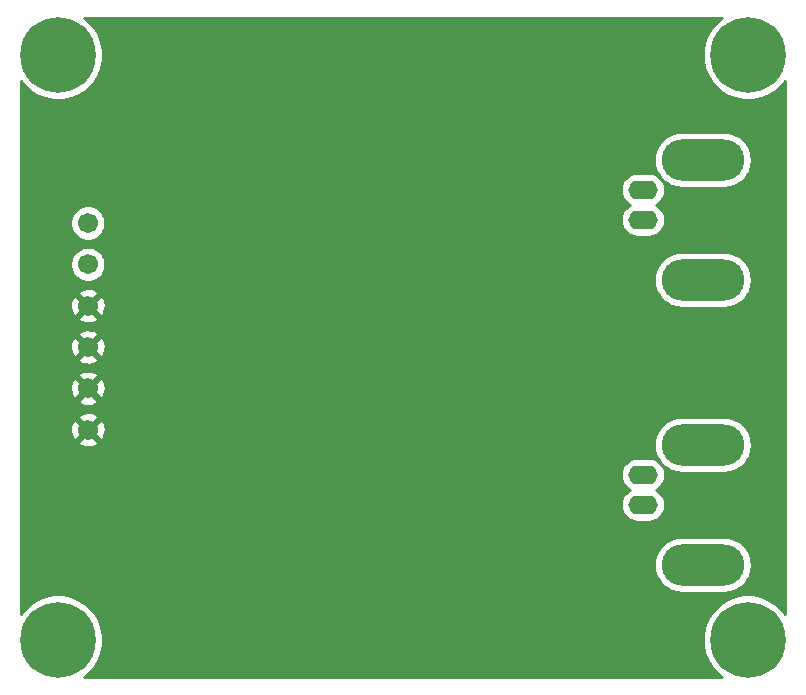
<source format=gbr>
%TF.GenerationSoftware,KiCad,Pcbnew,(5.1.6)-1*%
%TF.CreationDate,2020-09-14T11:12:27-07:00*%
%TF.ProjectId,awg-tx-shunt,6177672d-7478-42d7-9368-756e742e6b69,rev?*%
%TF.SameCoordinates,Original*%
%TF.FileFunction,Copper,L2,Bot*%
%TF.FilePolarity,Positive*%
%FSLAX46Y46*%
G04 Gerber Fmt 4.6, Leading zero omitted, Abs format (unit mm)*
G04 Created by KiCad (PCBNEW (5.1.6)-1) date 2020-09-14 11:12:27*
%MOMM*%
%LPD*%
G01*
G04 APERTURE LIST*
%TA.AperFunction,ComponentPad*%
%ADD10C,0.800000*%
%TD*%
%TA.AperFunction,ComponentPad*%
%ADD11C,6.400000*%
%TD*%
%TA.AperFunction,ComponentPad*%
%ADD12C,1.701800*%
%TD*%
%TA.AperFunction,ComponentPad*%
%ADD13O,2.500000X1.600000*%
%TD*%
%TA.AperFunction,ComponentPad*%
%ADD14O,7.000000X3.500000*%
%TD*%
%TA.AperFunction,ViaPad*%
%ADD15C,0.800000*%
%TD*%
%TA.AperFunction,Conductor*%
%ADD16C,0.254000*%
%TD*%
G04 APERTURE END LIST*
D10*
%TO.P,H4,1*%
%TO.N,N/C*%
X140127056Y-127842944D03*
X138430000Y-127140000D03*
X136732944Y-127842944D03*
X136030000Y-129540000D03*
X136732944Y-131237056D03*
X138430000Y-131940000D03*
X140127056Y-131237056D03*
X140830000Y-129540000D03*
D11*
X138430000Y-129540000D03*
%TD*%
D10*
%TO.P,H3,1*%
%TO.N,N/C*%
X140127056Y-78312944D03*
X138430000Y-77610000D03*
X136732944Y-78312944D03*
X136030000Y-80010000D03*
X136732944Y-81707056D03*
X138430000Y-82410000D03*
X140127056Y-81707056D03*
X140830000Y-80010000D03*
D11*
X138430000Y-80010000D03*
%TD*%
D10*
%TO.P,H2,1*%
%TO.N,N/C*%
X81707056Y-127842944D03*
X80010000Y-127140000D03*
X78312944Y-127842944D03*
X77610000Y-129540000D03*
X78312944Y-131237056D03*
X80010000Y-131940000D03*
X81707056Y-131237056D03*
X82410000Y-129540000D03*
D11*
X80010000Y-129540000D03*
%TD*%
D10*
%TO.P,H1,1*%
%TO.N,N/C*%
X81707056Y-78312944D03*
X80010000Y-77610000D03*
X78312944Y-78312944D03*
X77610000Y-80010000D03*
X78312944Y-81707056D03*
X80010000Y-82410000D03*
X81707056Y-81707056D03*
X82410000Y-80010000D03*
D11*
X80010000Y-80010000D03*
%TD*%
D12*
%TO.P,J1,6*%
%TO.N,/TX1*%
X82550000Y-94259994D03*
%TO.P,J1,5*%
%TO.N,/TX2*%
X82550000Y-97759995D03*
%TO.P,J1,4*%
%TO.N,GNDPWR*%
X82550000Y-101259995D03*
%TO.P,J1,3*%
X82550000Y-104759996D03*
%TO.P,J1,2*%
X82550000Y-108259997D03*
%TO.P,J1,1*%
X82550000Y-111760000D03*
%TD*%
D13*
%TO.P,J2,2*%
%TO.N,Net-(J2-Pad2)*%
X129540000Y-91440000D03*
%TO.P,J2,1*%
%TO.N,Net-(J2-Pad1)*%
X129540000Y-93980000D03*
D14*
%TO.P,J2,2*%
%TO.N,Net-(J2-Pad2)*%
X134620000Y-99060000D03*
X134620000Y-88900000D03*
%TD*%
%TO.P,J3,2*%
%TO.N,Net-(J3-Pad2)*%
X134620000Y-113030000D03*
X134620000Y-123190000D03*
D13*
%TO.P,J3,1*%
%TO.N,Net-(J3-Pad1)*%
X129540000Y-118110000D03*
%TO.P,J3,2*%
%TO.N,Net-(J3-Pad2)*%
X129540000Y-115570000D03*
%TD*%
D15*
%TO.N,GNDPWR*%
X96520000Y-82550000D03*
X129540000Y-105410000D03*
X111760000Y-105410000D03*
X111760000Y-82550000D03*
X127000000Y-82550000D03*
X127000000Y-129540000D03*
X111760000Y-128270000D03*
X96520000Y-128270000D03*
X87630000Y-120650000D03*
X87630000Y-87630000D03*
X138430000Y-118110000D03*
X138430000Y-93980000D03*
%TD*%
D16*
%TO.N,GNDPWR*%
G36*
X135985330Y-77031161D02*
G01*
X135451161Y-77565330D01*
X135031467Y-78193446D01*
X134742377Y-78891372D01*
X134595000Y-79632285D01*
X134595000Y-80387715D01*
X134742377Y-81128628D01*
X135031467Y-81826554D01*
X135451161Y-82454670D01*
X135985330Y-82988839D01*
X136613446Y-83408533D01*
X137311372Y-83697623D01*
X138052285Y-83845000D01*
X138807715Y-83845000D01*
X139548628Y-83697623D01*
X140246554Y-83408533D01*
X140874670Y-82988839D01*
X141408839Y-82454670D01*
X141580000Y-82198509D01*
X141580001Y-93947572D01*
X141580000Y-93947582D01*
X141580001Y-126967572D01*
X141580000Y-126967582D01*
X141580000Y-127351491D01*
X141408839Y-127095330D01*
X140874670Y-126561161D01*
X140246554Y-126141467D01*
X139548628Y-125852377D01*
X138807715Y-125705000D01*
X138052285Y-125705000D01*
X137311372Y-125852377D01*
X136613446Y-126141467D01*
X135985330Y-126561161D01*
X135451161Y-127095330D01*
X135031467Y-127723446D01*
X134742377Y-128421372D01*
X134595000Y-129162285D01*
X134595000Y-129917715D01*
X134742377Y-130658628D01*
X135031467Y-131356554D01*
X135451161Y-131984670D01*
X135985330Y-132518839D01*
X136241490Y-132690000D01*
X82198510Y-132690000D01*
X82454670Y-132518839D01*
X82988839Y-131984670D01*
X83408533Y-131356554D01*
X83697623Y-130658628D01*
X83845000Y-129917715D01*
X83845000Y-129162285D01*
X83697623Y-128421372D01*
X83408533Y-127723446D01*
X82988839Y-127095330D01*
X82454670Y-126561161D01*
X81826554Y-126141467D01*
X81128628Y-125852377D01*
X80387715Y-125705000D01*
X79632285Y-125705000D01*
X78891372Y-125852377D01*
X78193446Y-126141467D01*
X77565330Y-126561161D01*
X77031161Y-127095330D01*
X76860000Y-127351490D01*
X76860000Y-123190000D01*
X130473461Y-123190000D01*
X130519510Y-123657542D01*
X130655887Y-124107116D01*
X130877351Y-124521446D01*
X131175391Y-124884609D01*
X131538554Y-125182649D01*
X131952884Y-125404113D01*
X132402458Y-125540490D01*
X132752843Y-125575000D01*
X136487157Y-125575000D01*
X136837542Y-125540490D01*
X137287116Y-125404113D01*
X137701446Y-125182649D01*
X138064609Y-124884609D01*
X138362649Y-124521446D01*
X138584113Y-124107116D01*
X138720490Y-123657542D01*
X138766539Y-123190000D01*
X138720490Y-122722458D01*
X138584113Y-122272884D01*
X138362649Y-121858554D01*
X138064609Y-121495391D01*
X137701446Y-121197351D01*
X137287116Y-120975887D01*
X136837542Y-120839510D01*
X136487157Y-120805000D01*
X132752843Y-120805000D01*
X132402458Y-120839510D01*
X131952884Y-120975887D01*
X131538554Y-121197351D01*
X131175391Y-121495391D01*
X130877351Y-121858554D01*
X130655887Y-122272884D01*
X130519510Y-122722458D01*
X130473461Y-123190000D01*
X76860000Y-123190000D01*
X76860000Y-115570000D01*
X127648057Y-115570000D01*
X127675764Y-115851309D01*
X127757818Y-116121808D01*
X127891068Y-116371101D01*
X128070392Y-116589608D01*
X128288899Y-116768932D01*
X128421858Y-116840000D01*
X128288899Y-116911068D01*
X128070392Y-117090392D01*
X127891068Y-117308899D01*
X127757818Y-117558192D01*
X127675764Y-117828691D01*
X127648057Y-118110000D01*
X127675764Y-118391309D01*
X127757818Y-118661808D01*
X127891068Y-118911101D01*
X128070392Y-119129608D01*
X128288899Y-119308932D01*
X128538192Y-119442182D01*
X128808691Y-119524236D01*
X129019508Y-119545000D01*
X130060492Y-119545000D01*
X130271309Y-119524236D01*
X130541808Y-119442182D01*
X130791101Y-119308932D01*
X131009608Y-119129608D01*
X131188932Y-118911101D01*
X131322182Y-118661808D01*
X131404236Y-118391309D01*
X131431943Y-118110000D01*
X131404236Y-117828691D01*
X131322182Y-117558192D01*
X131188932Y-117308899D01*
X131009608Y-117090392D01*
X130791101Y-116911068D01*
X130658142Y-116840000D01*
X130791101Y-116768932D01*
X131009608Y-116589608D01*
X131188932Y-116371101D01*
X131322182Y-116121808D01*
X131404236Y-115851309D01*
X131431943Y-115570000D01*
X131404236Y-115288691D01*
X131322182Y-115018192D01*
X131188932Y-114768899D01*
X131009608Y-114550392D01*
X130791101Y-114371068D01*
X130541808Y-114237818D01*
X130271309Y-114155764D01*
X130060492Y-114135000D01*
X129019508Y-114135000D01*
X128808691Y-114155764D01*
X128538192Y-114237818D01*
X128288899Y-114371068D01*
X128070392Y-114550392D01*
X127891068Y-114768899D01*
X127757818Y-115018192D01*
X127675764Y-115288691D01*
X127648057Y-115570000D01*
X76860000Y-115570000D01*
X76860000Y-112789040D01*
X81700565Y-112789040D01*
X81778310Y-113038207D01*
X82042503Y-113164196D01*
X82326199Y-113236223D01*
X82618496Y-113251519D01*
X82908161Y-113209497D01*
X83184062Y-113111771D01*
X83321690Y-113038207D01*
X83324250Y-113030000D01*
X130473461Y-113030000D01*
X130519510Y-113497542D01*
X130655887Y-113947116D01*
X130877351Y-114361446D01*
X131175391Y-114724609D01*
X131538554Y-115022649D01*
X131952884Y-115244113D01*
X132402458Y-115380490D01*
X132752843Y-115415000D01*
X136487157Y-115415000D01*
X136837542Y-115380490D01*
X137287116Y-115244113D01*
X137701446Y-115022649D01*
X138064609Y-114724609D01*
X138362649Y-114361446D01*
X138584113Y-113947116D01*
X138720490Y-113497542D01*
X138766539Y-113030000D01*
X138720490Y-112562458D01*
X138584113Y-112112884D01*
X138362649Y-111698554D01*
X138064609Y-111335391D01*
X137701446Y-111037351D01*
X137287116Y-110815887D01*
X136837542Y-110679510D01*
X136487157Y-110645000D01*
X132752843Y-110645000D01*
X132402458Y-110679510D01*
X131952884Y-110815887D01*
X131538554Y-111037351D01*
X131175391Y-111335391D01*
X130877351Y-111698554D01*
X130655887Y-112112884D01*
X130519510Y-112562458D01*
X130473461Y-113030000D01*
X83324250Y-113030000D01*
X83399435Y-112789040D01*
X82550000Y-111939605D01*
X81700565Y-112789040D01*
X76860000Y-112789040D01*
X76860000Y-111828496D01*
X81058481Y-111828496D01*
X81100503Y-112118161D01*
X81198229Y-112394062D01*
X81271793Y-112531690D01*
X81520960Y-112609435D01*
X82370395Y-111760000D01*
X82729605Y-111760000D01*
X83579040Y-112609435D01*
X83828207Y-112531690D01*
X83954196Y-112267497D01*
X84026223Y-111983801D01*
X84041519Y-111691504D01*
X83999497Y-111401839D01*
X83901771Y-111125938D01*
X83828207Y-110988310D01*
X83579040Y-110910565D01*
X82729605Y-111760000D01*
X82370395Y-111760000D01*
X81520960Y-110910565D01*
X81271793Y-110988310D01*
X81145804Y-111252503D01*
X81073777Y-111536199D01*
X81058481Y-111828496D01*
X76860000Y-111828496D01*
X76860000Y-110730960D01*
X81700565Y-110730960D01*
X82550000Y-111580395D01*
X83399435Y-110730960D01*
X83321690Y-110481793D01*
X83057497Y-110355804D01*
X82773801Y-110283777D01*
X82481504Y-110268481D01*
X82191839Y-110310503D01*
X81915938Y-110408229D01*
X81778310Y-110481793D01*
X81700565Y-110730960D01*
X76860000Y-110730960D01*
X76860000Y-109289037D01*
X81700565Y-109289037D01*
X81778310Y-109538204D01*
X82042503Y-109664193D01*
X82326199Y-109736220D01*
X82618496Y-109751516D01*
X82908161Y-109709494D01*
X83184062Y-109611768D01*
X83321690Y-109538204D01*
X83399435Y-109289037D01*
X82550000Y-108439602D01*
X81700565Y-109289037D01*
X76860000Y-109289037D01*
X76860000Y-108328493D01*
X81058481Y-108328493D01*
X81100503Y-108618158D01*
X81198229Y-108894059D01*
X81271793Y-109031687D01*
X81520960Y-109109432D01*
X82370395Y-108259997D01*
X82729605Y-108259997D01*
X83579040Y-109109432D01*
X83828207Y-109031687D01*
X83954196Y-108767494D01*
X84026223Y-108483798D01*
X84041519Y-108191501D01*
X83999497Y-107901836D01*
X83901771Y-107625935D01*
X83828207Y-107488307D01*
X83579040Y-107410562D01*
X82729605Y-108259997D01*
X82370395Y-108259997D01*
X81520960Y-107410562D01*
X81271793Y-107488307D01*
X81145804Y-107752500D01*
X81073777Y-108036196D01*
X81058481Y-108328493D01*
X76860000Y-108328493D01*
X76860000Y-107230957D01*
X81700565Y-107230957D01*
X82550000Y-108080392D01*
X83399435Y-107230957D01*
X83321690Y-106981790D01*
X83057497Y-106855801D01*
X82773801Y-106783774D01*
X82481504Y-106768478D01*
X82191839Y-106810500D01*
X81915938Y-106908226D01*
X81778310Y-106981790D01*
X81700565Y-107230957D01*
X76860000Y-107230957D01*
X76860000Y-105789036D01*
X81700565Y-105789036D01*
X81778310Y-106038203D01*
X82042503Y-106164192D01*
X82326199Y-106236219D01*
X82618496Y-106251515D01*
X82908161Y-106209493D01*
X83184062Y-106111767D01*
X83321690Y-106038203D01*
X83399435Y-105789036D01*
X82550000Y-104939601D01*
X81700565Y-105789036D01*
X76860000Y-105789036D01*
X76860000Y-104828492D01*
X81058481Y-104828492D01*
X81100503Y-105118157D01*
X81198229Y-105394058D01*
X81271793Y-105531686D01*
X81520960Y-105609431D01*
X82370395Y-104759996D01*
X82729605Y-104759996D01*
X83579040Y-105609431D01*
X83828207Y-105531686D01*
X83954196Y-105267493D01*
X84026223Y-104983797D01*
X84041519Y-104691500D01*
X83999497Y-104401835D01*
X83901771Y-104125934D01*
X83828207Y-103988306D01*
X83579040Y-103910561D01*
X82729605Y-104759996D01*
X82370395Y-104759996D01*
X81520960Y-103910561D01*
X81271793Y-103988306D01*
X81145804Y-104252499D01*
X81073777Y-104536195D01*
X81058481Y-104828492D01*
X76860000Y-104828492D01*
X76860000Y-103730956D01*
X81700565Y-103730956D01*
X82550000Y-104580391D01*
X83399435Y-103730956D01*
X83321690Y-103481789D01*
X83057497Y-103355800D01*
X82773801Y-103283773D01*
X82481504Y-103268477D01*
X82191839Y-103310499D01*
X81915938Y-103408225D01*
X81778310Y-103481789D01*
X81700565Y-103730956D01*
X76860000Y-103730956D01*
X76860000Y-102289035D01*
X81700565Y-102289035D01*
X81778310Y-102538202D01*
X82042503Y-102664191D01*
X82326199Y-102736218D01*
X82618496Y-102751514D01*
X82908161Y-102709492D01*
X83184062Y-102611766D01*
X83321690Y-102538202D01*
X83399435Y-102289035D01*
X82550000Y-101439600D01*
X81700565Y-102289035D01*
X76860000Y-102289035D01*
X76860000Y-101328491D01*
X81058481Y-101328491D01*
X81100503Y-101618156D01*
X81198229Y-101894057D01*
X81271793Y-102031685D01*
X81520960Y-102109430D01*
X82370395Y-101259995D01*
X82729605Y-101259995D01*
X83579040Y-102109430D01*
X83828207Y-102031685D01*
X83954196Y-101767492D01*
X84026223Y-101483796D01*
X84041519Y-101191499D01*
X83999497Y-100901834D01*
X83901771Y-100625933D01*
X83828207Y-100488305D01*
X83579040Y-100410560D01*
X82729605Y-101259995D01*
X82370395Y-101259995D01*
X81520960Y-100410560D01*
X81271793Y-100488305D01*
X81145804Y-100752498D01*
X81073777Y-101036194D01*
X81058481Y-101328491D01*
X76860000Y-101328491D01*
X76860000Y-100230955D01*
X81700565Y-100230955D01*
X82550000Y-101080390D01*
X83399435Y-100230955D01*
X83321690Y-99981788D01*
X83057497Y-99855799D01*
X82773801Y-99783772D01*
X82481504Y-99768476D01*
X82191839Y-99810498D01*
X81915938Y-99908224D01*
X81778310Y-99981788D01*
X81700565Y-100230955D01*
X76860000Y-100230955D01*
X76860000Y-97613647D01*
X81064100Y-97613647D01*
X81064100Y-97906343D01*
X81121202Y-98193416D01*
X81233212Y-98463833D01*
X81395826Y-98707201D01*
X81602794Y-98914169D01*
X81846162Y-99076783D01*
X82116579Y-99188793D01*
X82403652Y-99245895D01*
X82696348Y-99245895D01*
X82983421Y-99188793D01*
X83253838Y-99076783D01*
X83278955Y-99060000D01*
X130473461Y-99060000D01*
X130519510Y-99527542D01*
X130655887Y-99977116D01*
X130877351Y-100391446D01*
X131175391Y-100754609D01*
X131538554Y-101052649D01*
X131952884Y-101274113D01*
X132402458Y-101410490D01*
X132752843Y-101445000D01*
X136487157Y-101445000D01*
X136837542Y-101410490D01*
X137287116Y-101274113D01*
X137701446Y-101052649D01*
X138064609Y-100754609D01*
X138362649Y-100391446D01*
X138584113Y-99977116D01*
X138720490Y-99527542D01*
X138766539Y-99060000D01*
X138720490Y-98592458D01*
X138584113Y-98142884D01*
X138362649Y-97728554D01*
X138064609Y-97365391D01*
X137701446Y-97067351D01*
X137287116Y-96845887D01*
X136837542Y-96709510D01*
X136487157Y-96675000D01*
X132752843Y-96675000D01*
X132402458Y-96709510D01*
X131952884Y-96845887D01*
X131538554Y-97067351D01*
X131175391Y-97365391D01*
X130877351Y-97728554D01*
X130655887Y-98142884D01*
X130519510Y-98592458D01*
X130473461Y-99060000D01*
X83278955Y-99060000D01*
X83497206Y-98914169D01*
X83704174Y-98707201D01*
X83866788Y-98463833D01*
X83978798Y-98193416D01*
X84035900Y-97906343D01*
X84035900Y-97613647D01*
X83978798Y-97326574D01*
X83866788Y-97056157D01*
X83704174Y-96812789D01*
X83497206Y-96605821D01*
X83253838Y-96443207D01*
X82983421Y-96331197D01*
X82696348Y-96274095D01*
X82403652Y-96274095D01*
X82116579Y-96331197D01*
X81846162Y-96443207D01*
X81602794Y-96605821D01*
X81395826Y-96812789D01*
X81233212Y-97056157D01*
X81121202Y-97326574D01*
X81064100Y-97613647D01*
X76860000Y-97613647D01*
X76860000Y-94113646D01*
X81064100Y-94113646D01*
X81064100Y-94406342D01*
X81121202Y-94693415D01*
X81233212Y-94963832D01*
X81395826Y-95207200D01*
X81602794Y-95414168D01*
X81846162Y-95576782D01*
X82116579Y-95688792D01*
X82403652Y-95745894D01*
X82696348Y-95745894D01*
X82983421Y-95688792D01*
X83253838Y-95576782D01*
X83497206Y-95414168D01*
X83704174Y-95207200D01*
X83866788Y-94963832D01*
X83978798Y-94693415D01*
X84035900Y-94406342D01*
X84035900Y-94113646D01*
X83978798Y-93826573D01*
X83866788Y-93556156D01*
X83704174Y-93312788D01*
X83497206Y-93105820D01*
X83253838Y-92943206D01*
X82983421Y-92831196D01*
X82696348Y-92774094D01*
X82403652Y-92774094D01*
X82116579Y-92831196D01*
X81846162Y-92943206D01*
X81602794Y-93105820D01*
X81395826Y-93312788D01*
X81233212Y-93556156D01*
X81121202Y-93826573D01*
X81064100Y-94113646D01*
X76860000Y-94113646D01*
X76860000Y-91440000D01*
X127648057Y-91440000D01*
X127675764Y-91721309D01*
X127757818Y-91991808D01*
X127891068Y-92241101D01*
X128070392Y-92459608D01*
X128288899Y-92638932D01*
X128421858Y-92710000D01*
X128288899Y-92781068D01*
X128070392Y-92960392D01*
X127891068Y-93178899D01*
X127757818Y-93428192D01*
X127675764Y-93698691D01*
X127648057Y-93980000D01*
X127675764Y-94261309D01*
X127757818Y-94531808D01*
X127891068Y-94781101D01*
X128070392Y-94999608D01*
X128288899Y-95178932D01*
X128538192Y-95312182D01*
X128808691Y-95394236D01*
X129019508Y-95415000D01*
X130060492Y-95415000D01*
X130271309Y-95394236D01*
X130541808Y-95312182D01*
X130791101Y-95178932D01*
X131009608Y-94999608D01*
X131188932Y-94781101D01*
X131322182Y-94531808D01*
X131404236Y-94261309D01*
X131431943Y-93980000D01*
X131404236Y-93698691D01*
X131322182Y-93428192D01*
X131188932Y-93178899D01*
X131009608Y-92960392D01*
X130791101Y-92781068D01*
X130658142Y-92710000D01*
X130791101Y-92638932D01*
X131009608Y-92459608D01*
X131188932Y-92241101D01*
X131322182Y-91991808D01*
X131404236Y-91721309D01*
X131431943Y-91440000D01*
X131404236Y-91158691D01*
X131322182Y-90888192D01*
X131188932Y-90638899D01*
X131009608Y-90420392D01*
X130791101Y-90241068D01*
X130541808Y-90107818D01*
X130271309Y-90025764D01*
X130060492Y-90005000D01*
X129019508Y-90005000D01*
X128808691Y-90025764D01*
X128538192Y-90107818D01*
X128288899Y-90241068D01*
X128070392Y-90420392D01*
X127891068Y-90638899D01*
X127757818Y-90888192D01*
X127675764Y-91158691D01*
X127648057Y-91440000D01*
X76860000Y-91440000D01*
X76860000Y-88900000D01*
X130473461Y-88900000D01*
X130519510Y-89367542D01*
X130655887Y-89817116D01*
X130877351Y-90231446D01*
X131175391Y-90594609D01*
X131538554Y-90892649D01*
X131952884Y-91114113D01*
X132402458Y-91250490D01*
X132752843Y-91285000D01*
X136487157Y-91285000D01*
X136837542Y-91250490D01*
X137287116Y-91114113D01*
X137701446Y-90892649D01*
X138064609Y-90594609D01*
X138362649Y-90231446D01*
X138584113Y-89817116D01*
X138720490Y-89367542D01*
X138766539Y-88900000D01*
X138720490Y-88432458D01*
X138584113Y-87982884D01*
X138362649Y-87568554D01*
X138064609Y-87205391D01*
X137701446Y-86907351D01*
X137287116Y-86685887D01*
X136837542Y-86549510D01*
X136487157Y-86515000D01*
X132752843Y-86515000D01*
X132402458Y-86549510D01*
X131952884Y-86685887D01*
X131538554Y-86907351D01*
X131175391Y-87205391D01*
X130877351Y-87568554D01*
X130655887Y-87982884D01*
X130519510Y-88432458D01*
X130473461Y-88900000D01*
X76860000Y-88900000D01*
X76860000Y-82198510D01*
X77031161Y-82454670D01*
X77565330Y-82988839D01*
X78193446Y-83408533D01*
X78891372Y-83697623D01*
X79632285Y-83845000D01*
X80387715Y-83845000D01*
X81128628Y-83697623D01*
X81826554Y-83408533D01*
X82454670Y-82988839D01*
X82988839Y-82454670D01*
X83408533Y-81826554D01*
X83697623Y-81128628D01*
X83845000Y-80387715D01*
X83845000Y-79632285D01*
X83697623Y-78891372D01*
X83408533Y-78193446D01*
X82988839Y-77565330D01*
X82454670Y-77031161D01*
X82198510Y-76860000D01*
X136241490Y-76860000D01*
X135985330Y-77031161D01*
G37*
X135985330Y-77031161D02*
X135451161Y-77565330D01*
X135031467Y-78193446D01*
X134742377Y-78891372D01*
X134595000Y-79632285D01*
X134595000Y-80387715D01*
X134742377Y-81128628D01*
X135031467Y-81826554D01*
X135451161Y-82454670D01*
X135985330Y-82988839D01*
X136613446Y-83408533D01*
X137311372Y-83697623D01*
X138052285Y-83845000D01*
X138807715Y-83845000D01*
X139548628Y-83697623D01*
X140246554Y-83408533D01*
X140874670Y-82988839D01*
X141408839Y-82454670D01*
X141580000Y-82198509D01*
X141580001Y-93947572D01*
X141580000Y-93947582D01*
X141580001Y-126967572D01*
X141580000Y-126967582D01*
X141580000Y-127351491D01*
X141408839Y-127095330D01*
X140874670Y-126561161D01*
X140246554Y-126141467D01*
X139548628Y-125852377D01*
X138807715Y-125705000D01*
X138052285Y-125705000D01*
X137311372Y-125852377D01*
X136613446Y-126141467D01*
X135985330Y-126561161D01*
X135451161Y-127095330D01*
X135031467Y-127723446D01*
X134742377Y-128421372D01*
X134595000Y-129162285D01*
X134595000Y-129917715D01*
X134742377Y-130658628D01*
X135031467Y-131356554D01*
X135451161Y-131984670D01*
X135985330Y-132518839D01*
X136241490Y-132690000D01*
X82198510Y-132690000D01*
X82454670Y-132518839D01*
X82988839Y-131984670D01*
X83408533Y-131356554D01*
X83697623Y-130658628D01*
X83845000Y-129917715D01*
X83845000Y-129162285D01*
X83697623Y-128421372D01*
X83408533Y-127723446D01*
X82988839Y-127095330D01*
X82454670Y-126561161D01*
X81826554Y-126141467D01*
X81128628Y-125852377D01*
X80387715Y-125705000D01*
X79632285Y-125705000D01*
X78891372Y-125852377D01*
X78193446Y-126141467D01*
X77565330Y-126561161D01*
X77031161Y-127095330D01*
X76860000Y-127351490D01*
X76860000Y-123190000D01*
X130473461Y-123190000D01*
X130519510Y-123657542D01*
X130655887Y-124107116D01*
X130877351Y-124521446D01*
X131175391Y-124884609D01*
X131538554Y-125182649D01*
X131952884Y-125404113D01*
X132402458Y-125540490D01*
X132752843Y-125575000D01*
X136487157Y-125575000D01*
X136837542Y-125540490D01*
X137287116Y-125404113D01*
X137701446Y-125182649D01*
X138064609Y-124884609D01*
X138362649Y-124521446D01*
X138584113Y-124107116D01*
X138720490Y-123657542D01*
X138766539Y-123190000D01*
X138720490Y-122722458D01*
X138584113Y-122272884D01*
X138362649Y-121858554D01*
X138064609Y-121495391D01*
X137701446Y-121197351D01*
X137287116Y-120975887D01*
X136837542Y-120839510D01*
X136487157Y-120805000D01*
X132752843Y-120805000D01*
X132402458Y-120839510D01*
X131952884Y-120975887D01*
X131538554Y-121197351D01*
X131175391Y-121495391D01*
X130877351Y-121858554D01*
X130655887Y-122272884D01*
X130519510Y-122722458D01*
X130473461Y-123190000D01*
X76860000Y-123190000D01*
X76860000Y-115570000D01*
X127648057Y-115570000D01*
X127675764Y-115851309D01*
X127757818Y-116121808D01*
X127891068Y-116371101D01*
X128070392Y-116589608D01*
X128288899Y-116768932D01*
X128421858Y-116840000D01*
X128288899Y-116911068D01*
X128070392Y-117090392D01*
X127891068Y-117308899D01*
X127757818Y-117558192D01*
X127675764Y-117828691D01*
X127648057Y-118110000D01*
X127675764Y-118391309D01*
X127757818Y-118661808D01*
X127891068Y-118911101D01*
X128070392Y-119129608D01*
X128288899Y-119308932D01*
X128538192Y-119442182D01*
X128808691Y-119524236D01*
X129019508Y-119545000D01*
X130060492Y-119545000D01*
X130271309Y-119524236D01*
X130541808Y-119442182D01*
X130791101Y-119308932D01*
X131009608Y-119129608D01*
X131188932Y-118911101D01*
X131322182Y-118661808D01*
X131404236Y-118391309D01*
X131431943Y-118110000D01*
X131404236Y-117828691D01*
X131322182Y-117558192D01*
X131188932Y-117308899D01*
X131009608Y-117090392D01*
X130791101Y-116911068D01*
X130658142Y-116840000D01*
X130791101Y-116768932D01*
X131009608Y-116589608D01*
X131188932Y-116371101D01*
X131322182Y-116121808D01*
X131404236Y-115851309D01*
X131431943Y-115570000D01*
X131404236Y-115288691D01*
X131322182Y-115018192D01*
X131188932Y-114768899D01*
X131009608Y-114550392D01*
X130791101Y-114371068D01*
X130541808Y-114237818D01*
X130271309Y-114155764D01*
X130060492Y-114135000D01*
X129019508Y-114135000D01*
X128808691Y-114155764D01*
X128538192Y-114237818D01*
X128288899Y-114371068D01*
X128070392Y-114550392D01*
X127891068Y-114768899D01*
X127757818Y-115018192D01*
X127675764Y-115288691D01*
X127648057Y-115570000D01*
X76860000Y-115570000D01*
X76860000Y-112789040D01*
X81700565Y-112789040D01*
X81778310Y-113038207D01*
X82042503Y-113164196D01*
X82326199Y-113236223D01*
X82618496Y-113251519D01*
X82908161Y-113209497D01*
X83184062Y-113111771D01*
X83321690Y-113038207D01*
X83324250Y-113030000D01*
X130473461Y-113030000D01*
X130519510Y-113497542D01*
X130655887Y-113947116D01*
X130877351Y-114361446D01*
X131175391Y-114724609D01*
X131538554Y-115022649D01*
X131952884Y-115244113D01*
X132402458Y-115380490D01*
X132752843Y-115415000D01*
X136487157Y-115415000D01*
X136837542Y-115380490D01*
X137287116Y-115244113D01*
X137701446Y-115022649D01*
X138064609Y-114724609D01*
X138362649Y-114361446D01*
X138584113Y-113947116D01*
X138720490Y-113497542D01*
X138766539Y-113030000D01*
X138720490Y-112562458D01*
X138584113Y-112112884D01*
X138362649Y-111698554D01*
X138064609Y-111335391D01*
X137701446Y-111037351D01*
X137287116Y-110815887D01*
X136837542Y-110679510D01*
X136487157Y-110645000D01*
X132752843Y-110645000D01*
X132402458Y-110679510D01*
X131952884Y-110815887D01*
X131538554Y-111037351D01*
X131175391Y-111335391D01*
X130877351Y-111698554D01*
X130655887Y-112112884D01*
X130519510Y-112562458D01*
X130473461Y-113030000D01*
X83324250Y-113030000D01*
X83399435Y-112789040D01*
X82550000Y-111939605D01*
X81700565Y-112789040D01*
X76860000Y-112789040D01*
X76860000Y-111828496D01*
X81058481Y-111828496D01*
X81100503Y-112118161D01*
X81198229Y-112394062D01*
X81271793Y-112531690D01*
X81520960Y-112609435D01*
X82370395Y-111760000D01*
X82729605Y-111760000D01*
X83579040Y-112609435D01*
X83828207Y-112531690D01*
X83954196Y-112267497D01*
X84026223Y-111983801D01*
X84041519Y-111691504D01*
X83999497Y-111401839D01*
X83901771Y-111125938D01*
X83828207Y-110988310D01*
X83579040Y-110910565D01*
X82729605Y-111760000D01*
X82370395Y-111760000D01*
X81520960Y-110910565D01*
X81271793Y-110988310D01*
X81145804Y-111252503D01*
X81073777Y-111536199D01*
X81058481Y-111828496D01*
X76860000Y-111828496D01*
X76860000Y-110730960D01*
X81700565Y-110730960D01*
X82550000Y-111580395D01*
X83399435Y-110730960D01*
X83321690Y-110481793D01*
X83057497Y-110355804D01*
X82773801Y-110283777D01*
X82481504Y-110268481D01*
X82191839Y-110310503D01*
X81915938Y-110408229D01*
X81778310Y-110481793D01*
X81700565Y-110730960D01*
X76860000Y-110730960D01*
X76860000Y-109289037D01*
X81700565Y-109289037D01*
X81778310Y-109538204D01*
X82042503Y-109664193D01*
X82326199Y-109736220D01*
X82618496Y-109751516D01*
X82908161Y-109709494D01*
X83184062Y-109611768D01*
X83321690Y-109538204D01*
X83399435Y-109289037D01*
X82550000Y-108439602D01*
X81700565Y-109289037D01*
X76860000Y-109289037D01*
X76860000Y-108328493D01*
X81058481Y-108328493D01*
X81100503Y-108618158D01*
X81198229Y-108894059D01*
X81271793Y-109031687D01*
X81520960Y-109109432D01*
X82370395Y-108259997D01*
X82729605Y-108259997D01*
X83579040Y-109109432D01*
X83828207Y-109031687D01*
X83954196Y-108767494D01*
X84026223Y-108483798D01*
X84041519Y-108191501D01*
X83999497Y-107901836D01*
X83901771Y-107625935D01*
X83828207Y-107488307D01*
X83579040Y-107410562D01*
X82729605Y-108259997D01*
X82370395Y-108259997D01*
X81520960Y-107410562D01*
X81271793Y-107488307D01*
X81145804Y-107752500D01*
X81073777Y-108036196D01*
X81058481Y-108328493D01*
X76860000Y-108328493D01*
X76860000Y-107230957D01*
X81700565Y-107230957D01*
X82550000Y-108080392D01*
X83399435Y-107230957D01*
X83321690Y-106981790D01*
X83057497Y-106855801D01*
X82773801Y-106783774D01*
X82481504Y-106768478D01*
X82191839Y-106810500D01*
X81915938Y-106908226D01*
X81778310Y-106981790D01*
X81700565Y-107230957D01*
X76860000Y-107230957D01*
X76860000Y-105789036D01*
X81700565Y-105789036D01*
X81778310Y-106038203D01*
X82042503Y-106164192D01*
X82326199Y-106236219D01*
X82618496Y-106251515D01*
X82908161Y-106209493D01*
X83184062Y-106111767D01*
X83321690Y-106038203D01*
X83399435Y-105789036D01*
X82550000Y-104939601D01*
X81700565Y-105789036D01*
X76860000Y-105789036D01*
X76860000Y-104828492D01*
X81058481Y-104828492D01*
X81100503Y-105118157D01*
X81198229Y-105394058D01*
X81271793Y-105531686D01*
X81520960Y-105609431D01*
X82370395Y-104759996D01*
X82729605Y-104759996D01*
X83579040Y-105609431D01*
X83828207Y-105531686D01*
X83954196Y-105267493D01*
X84026223Y-104983797D01*
X84041519Y-104691500D01*
X83999497Y-104401835D01*
X83901771Y-104125934D01*
X83828207Y-103988306D01*
X83579040Y-103910561D01*
X82729605Y-104759996D01*
X82370395Y-104759996D01*
X81520960Y-103910561D01*
X81271793Y-103988306D01*
X81145804Y-104252499D01*
X81073777Y-104536195D01*
X81058481Y-104828492D01*
X76860000Y-104828492D01*
X76860000Y-103730956D01*
X81700565Y-103730956D01*
X82550000Y-104580391D01*
X83399435Y-103730956D01*
X83321690Y-103481789D01*
X83057497Y-103355800D01*
X82773801Y-103283773D01*
X82481504Y-103268477D01*
X82191839Y-103310499D01*
X81915938Y-103408225D01*
X81778310Y-103481789D01*
X81700565Y-103730956D01*
X76860000Y-103730956D01*
X76860000Y-102289035D01*
X81700565Y-102289035D01*
X81778310Y-102538202D01*
X82042503Y-102664191D01*
X82326199Y-102736218D01*
X82618496Y-102751514D01*
X82908161Y-102709492D01*
X83184062Y-102611766D01*
X83321690Y-102538202D01*
X83399435Y-102289035D01*
X82550000Y-101439600D01*
X81700565Y-102289035D01*
X76860000Y-102289035D01*
X76860000Y-101328491D01*
X81058481Y-101328491D01*
X81100503Y-101618156D01*
X81198229Y-101894057D01*
X81271793Y-102031685D01*
X81520960Y-102109430D01*
X82370395Y-101259995D01*
X82729605Y-101259995D01*
X83579040Y-102109430D01*
X83828207Y-102031685D01*
X83954196Y-101767492D01*
X84026223Y-101483796D01*
X84041519Y-101191499D01*
X83999497Y-100901834D01*
X83901771Y-100625933D01*
X83828207Y-100488305D01*
X83579040Y-100410560D01*
X82729605Y-101259995D01*
X82370395Y-101259995D01*
X81520960Y-100410560D01*
X81271793Y-100488305D01*
X81145804Y-100752498D01*
X81073777Y-101036194D01*
X81058481Y-101328491D01*
X76860000Y-101328491D01*
X76860000Y-100230955D01*
X81700565Y-100230955D01*
X82550000Y-101080390D01*
X83399435Y-100230955D01*
X83321690Y-99981788D01*
X83057497Y-99855799D01*
X82773801Y-99783772D01*
X82481504Y-99768476D01*
X82191839Y-99810498D01*
X81915938Y-99908224D01*
X81778310Y-99981788D01*
X81700565Y-100230955D01*
X76860000Y-100230955D01*
X76860000Y-97613647D01*
X81064100Y-97613647D01*
X81064100Y-97906343D01*
X81121202Y-98193416D01*
X81233212Y-98463833D01*
X81395826Y-98707201D01*
X81602794Y-98914169D01*
X81846162Y-99076783D01*
X82116579Y-99188793D01*
X82403652Y-99245895D01*
X82696348Y-99245895D01*
X82983421Y-99188793D01*
X83253838Y-99076783D01*
X83278955Y-99060000D01*
X130473461Y-99060000D01*
X130519510Y-99527542D01*
X130655887Y-99977116D01*
X130877351Y-100391446D01*
X131175391Y-100754609D01*
X131538554Y-101052649D01*
X131952884Y-101274113D01*
X132402458Y-101410490D01*
X132752843Y-101445000D01*
X136487157Y-101445000D01*
X136837542Y-101410490D01*
X137287116Y-101274113D01*
X137701446Y-101052649D01*
X138064609Y-100754609D01*
X138362649Y-100391446D01*
X138584113Y-99977116D01*
X138720490Y-99527542D01*
X138766539Y-99060000D01*
X138720490Y-98592458D01*
X138584113Y-98142884D01*
X138362649Y-97728554D01*
X138064609Y-97365391D01*
X137701446Y-97067351D01*
X137287116Y-96845887D01*
X136837542Y-96709510D01*
X136487157Y-96675000D01*
X132752843Y-96675000D01*
X132402458Y-96709510D01*
X131952884Y-96845887D01*
X131538554Y-97067351D01*
X131175391Y-97365391D01*
X130877351Y-97728554D01*
X130655887Y-98142884D01*
X130519510Y-98592458D01*
X130473461Y-99060000D01*
X83278955Y-99060000D01*
X83497206Y-98914169D01*
X83704174Y-98707201D01*
X83866788Y-98463833D01*
X83978798Y-98193416D01*
X84035900Y-97906343D01*
X84035900Y-97613647D01*
X83978798Y-97326574D01*
X83866788Y-97056157D01*
X83704174Y-96812789D01*
X83497206Y-96605821D01*
X83253838Y-96443207D01*
X82983421Y-96331197D01*
X82696348Y-96274095D01*
X82403652Y-96274095D01*
X82116579Y-96331197D01*
X81846162Y-96443207D01*
X81602794Y-96605821D01*
X81395826Y-96812789D01*
X81233212Y-97056157D01*
X81121202Y-97326574D01*
X81064100Y-97613647D01*
X76860000Y-97613647D01*
X76860000Y-94113646D01*
X81064100Y-94113646D01*
X81064100Y-94406342D01*
X81121202Y-94693415D01*
X81233212Y-94963832D01*
X81395826Y-95207200D01*
X81602794Y-95414168D01*
X81846162Y-95576782D01*
X82116579Y-95688792D01*
X82403652Y-95745894D01*
X82696348Y-95745894D01*
X82983421Y-95688792D01*
X83253838Y-95576782D01*
X83497206Y-95414168D01*
X83704174Y-95207200D01*
X83866788Y-94963832D01*
X83978798Y-94693415D01*
X84035900Y-94406342D01*
X84035900Y-94113646D01*
X83978798Y-93826573D01*
X83866788Y-93556156D01*
X83704174Y-93312788D01*
X83497206Y-93105820D01*
X83253838Y-92943206D01*
X82983421Y-92831196D01*
X82696348Y-92774094D01*
X82403652Y-92774094D01*
X82116579Y-92831196D01*
X81846162Y-92943206D01*
X81602794Y-93105820D01*
X81395826Y-93312788D01*
X81233212Y-93556156D01*
X81121202Y-93826573D01*
X81064100Y-94113646D01*
X76860000Y-94113646D01*
X76860000Y-91440000D01*
X127648057Y-91440000D01*
X127675764Y-91721309D01*
X127757818Y-91991808D01*
X127891068Y-92241101D01*
X128070392Y-92459608D01*
X128288899Y-92638932D01*
X128421858Y-92710000D01*
X128288899Y-92781068D01*
X128070392Y-92960392D01*
X127891068Y-93178899D01*
X127757818Y-93428192D01*
X127675764Y-93698691D01*
X127648057Y-93980000D01*
X127675764Y-94261309D01*
X127757818Y-94531808D01*
X127891068Y-94781101D01*
X128070392Y-94999608D01*
X128288899Y-95178932D01*
X128538192Y-95312182D01*
X128808691Y-95394236D01*
X129019508Y-95415000D01*
X130060492Y-95415000D01*
X130271309Y-95394236D01*
X130541808Y-95312182D01*
X130791101Y-95178932D01*
X131009608Y-94999608D01*
X131188932Y-94781101D01*
X131322182Y-94531808D01*
X131404236Y-94261309D01*
X131431943Y-93980000D01*
X131404236Y-93698691D01*
X131322182Y-93428192D01*
X131188932Y-93178899D01*
X131009608Y-92960392D01*
X130791101Y-92781068D01*
X130658142Y-92710000D01*
X130791101Y-92638932D01*
X131009608Y-92459608D01*
X131188932Y-92241101D01*
X131322182Y-91991808D01*
X131404236Y-91721309D01*
X131431943Y-91440000D01*
X131404236Y-91158691D01*
X131322182Y-90888192D01*
X131188932Y-90638899D01*
X131009608Y-90420392D01*
X130791101Y-90241068D01*
X130541808Y-90107818D01*
X130271309Y-90025764D01*
X130060492Y-90005000D01*
X129019508Y-90005000D01*
X128808691Y-90025764D01*
X128538192Y-90107818D01*
X128288899Y-90241068D01*
X128070392Y-90420392D01*
X127891068Y-90638899D01*
X127757818Y-90888192D01*
X127675764Y-91158691D01*
X127648057Y-91440000D01*
X76860000Y-91440000D01*
X76860000Y-88900000D01*
X130473461Y-88900000D01*
X130519510Y-89367542D01*
X130655887Y-89817116D01*
X130877351Y-90231446D01*
X131175391Y-90594609D01*
X131538554Y-90892649D01*
X131952884Y-91114113D01*
X132402458Y-91250490D01*
X132752843Y-91285000D01*
X136487157Y-91285000D01*
X136837542Y-91250490D01*
X137287116Y-91114113D01*
X137701446Y-90892649D01*
X138064609Y-90594609D01*
X138362649Y-90231446D01*
X138584113Y-89817116D01*
X138720490Y-89367542D01*
X138766539Y-88900000D01*
X138720490Y-88432458D01*
X138584113Y-87982884D01*
X138362649Y-87568554D01*
X138064609Y-87205391D01*
X137701446Y-86907351D01*
X137287116Y-86685887D01*
X136837542Y-86549510D01*
X136487157Y-86515000D01*
X132752843Y-86515000D01*
X132402458Y-86549510D01*
X131952884Y-86685887D01*
X131538554Y-86907351D01*
X131175391Y-87205391D01*
X130877351Y-87568554D01*
X130655887Y-87982884D01*
X130519510Y-88432458D01*
X130473461Y-88900000D01*
X76860000Y-88900000D01*
X76860000Y-82198510D01*
X77031161Y-82454670D01*
X77565330Y-82988839D01*
X78193446Y-83408533D01*
X78891372Y-83697623D01*
X79632285Y-83845000D01*
X80387715Y-83845000D01*
X81128628Y-83697623D01*
X81826554Y-83408533D01*
X82454670Y-82988839D01*
X82988839Y-82454670D01*
X83408533Y-81826554D01*
X83697623Y-81128628D01*
X83845000Y-80387715D01*
X83845000Y-79632285D01*
X83697623Y-78891372D01*
X83408533Y-78193446D01*
X82988839Y-77565330D01*
X82454670Y-77031161D01*
X82198510Y-76860000D01*
X136241490Y-76860000D01*
X135985330Y-77031161D01*
%TD*%
M02*

</source>
